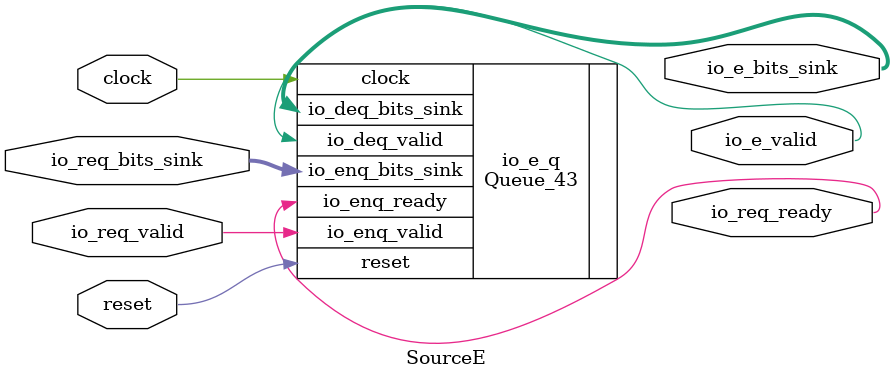
<source format=sv>
`ifndef RANDOMIZE
  `ifdef RANDOMIZE_REG_INIT
    `define RANDOMIZE
  `endif // RANDOMIZE_REG_INIT
`endif // not def RANDOMIZE
`ifndef RANDOMIZE
  `ifdef RANDOMIZE_MEM_INIT
    `define RANDOMIZE
  `endif // RANDOMIZE_MEM_INIT
`endif // not def RANDOMIZE

`ifndef RANDOM
  `define RANDOM $random
`endif // not def RANDOM

// Users can define 'PRINTF_COND' to add an extra gate to prints.
`ifndef PRINTF_COND_
  `ifdef PRINTF_COND
    `define PRINTF_COND_ (`PRINTF_COND)
  `else  // PRINTF_COND
    `define PRINTF_COND_ 1
  `endif // PRINTF_COND
`endif // not def PRINTF_COND_

// Users can define 'ASSERT_VERBOSE_COND' to add an extra gate to assert error printing.
`ifndef ASSERT_VERBOSE_COND_
  `ifdef ASSERT_VERBOSE_COND
    `define ASSERT_VERBOSE_COND_ (`ASSERT_VERBOSE_COND)
  `else  // ASSERT_VERBOSE_COND
    `define ASSERT_VERBOSE_COND_ 1
  `endif // ASSERT_VERBOSE_COND
`endif // not def ASSERT_VERBOSE_COND_

// Users can define 'STOP_COND' to add an extra gate to stop conditions.
`ifndef STOP_COND_
  `ifdef STOP_COND
    `define STOP_COND_ (`STOP_COND)
  `else  // STOP_COND
    `define STOP_COND_ 1
  `endif // STOP_COND
`endif // not def STOP_COND_

// Users can define INIT_RANDOM as general code that gets injected into the
// initializer block for modules with registers.
`ifndef INIT_RANDOM
  `define INIT_RANDOM
`endif // not def INIT_RANDOM

// If using random initialization, you can also define RANDOMIZE_DELAY to
// customize the delay used, otherwise 0.002 is used.
`ifndef RANDOMIZE_DELAY
  `define RANDOMIZE_DELAY 0.002
`endif // not def RANDOMIZE_DELAY

// Define INIT_RANDOM_PROLOG_ for use in our modules below.
`ifndef INIT_RANDOM_PROLOG_
  `ifdef RANDOMIZE
    `ifdef VERILATOR
      `define INIT_RANDOM_PROLOG_ `INIT_RANDOM
    `else  // VERILATOR
      `define INIT_RANDOM_PROLOG_ `INIT_RANDOM #`RANDOMIZE_DELAY begin end
    `endif // VERILATOR
  `else  // RANDOMIZE
    `define INIT_RANDOM_PROLOG_
  `endif // RANDOMIZE
`endif // not def INIT_RANDOM_PROLOG_

module SourceE(
  input        clock,
               reset,
               io_req_valid,
  input  [2:0] io_req_bits_sink,
  output       io_req_ready,
               io_e_valid,
  output [2:0] io_e_bits_sink
);

  Queue_43 io_e_q (	// @[Decoupled.scala:375:21]
    .clock            (clock),
    .reset            (reset),
    .io_enq_valid     (io_req_valid),
    .io_enq_bits_sink (io_req_bits_sink),
    .io_enq_ready     (io_req_ready),
    .io_deq_valid     (io_e_valid),
    .io_deq_bits_sink (io_e_bits_sink)
  );
endmodule


</source>
